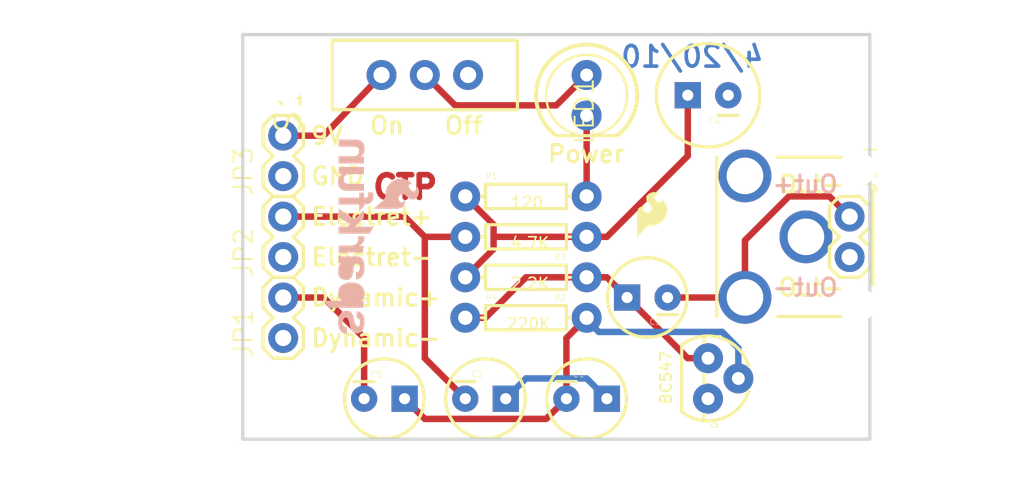
<source format=kicad_pcb>
(kicad_pcb (version 20211014) (generator pcbnew)
  (layers (0 "F.Cu" signal) (31 "B.Cu" signal) (34 "B.Paste" user) (35 "F.Paste" user) (36 "B.SilkS" user "B.Silkscreen") (37 "F.SilkS" user "F.Silkscreen") (38 "B.Mask" user) (39 "F.Mask" user) (44 "Edge.Cuts" user))
  (net 0 "")
  (net 1 "GND")
  (net 2 "N$1")
  (net 3 "N$2")
  (net 4 "N$3")
  (net 5 "N$4")
  (net 6 "N$5")
  (net 7 "ELECTRET_+")
  (net 8 "DYNAMIC_+")
  (net 9 "OUTPUT_+")
  (net 10 "N$6")
  (net 11 "VCC")
  (footprint "boardEagle:1X02" (layer "F.Cu") (at 166.9161 103.7336 -90)
    (fp_text reference "JP4" (at -1.3462 -1.8288 -90) (layer "F.SilkS") (effects (font (size 1.143 1.143) (thickness 0.127)) (justify left bottom)))
    (fp_text value "")
    (fp_line (start -0.635 -1.27) (end 0.635 -1.27) (layer "F.SilkS") (width 0.2032))
    (fp_line (start 3.175 -1.27) (end 3.81 -0.635) (layer "F.SilkS") (width 0.2032))
    (fp_line (start 1.27 0.635) (end 0.635 1.27) (layer "F.SilkS") (width 0.2032))
    (fp_line (start 3.175 1.27) (end 1.905 1.27) (layer "F.SilkS") (width 0.2032))
    (fp_line (start -1.27 -0.635) (end -1.27 0.635) (layer "F.SilkS") (width 0.2032))
    (fp_line (start 0.635 -1.27) (end 1.27 -0.635) (layer "F.SilkS") (width 0.2032))
    (fp_line (start 1.905 1.27) (end 1.27 0.635) (layer "F.SilkS") (width 0.2032))
    (fp_line (start -1.27 0.635) (end -0.635 1.27) (layer "F.SilkS") (width 0.2032))
    (fp_line (start 3.81 -0.635) (end 3.81 0.635) (layer "F.SilkS") (width 0.2032))
    (fp_line (start -0.635 -1.27) (end -1.27 -0.635) (layer "F.SilkS") (width 0.2032))
    (fp_line (start 3.81 0.635) (end 3.175 1.27) (layer "F.SilkS") (width 0.2032))
    (fp_line (start 1.905 -1.27) (end 3.175 -1.27) (layer "F.SilkS") (width 0.2032))
    (fp_line (start 0.635 1.27) (end -0.635 1.27) (layer "F.SilkS") (width 0.2032))
    (fp_line (start 1.27 -0.635) (end 1.905 -1.27) (layer "F.SilkS") (width 0.2032))
    (pad "1" thru_hole circle (at 0 0) (size 1.8796 1.8796) (drill 1.016) (layers *.Cu *.Mask) (net 9 "OUTPUT_+"))
    (pad "2" thru_hole circle (at 2.54 0) (size 1.8796 1.8796) (drill 1.016) (layers *.Cu *.Mask) (net 1 "GND"))
  )
  (footprint "boardEagle:STAND-OFF" (layer "F.Cu") (at 164.3761 115.1636 90)
    (fp_text reference "U$5" hide)
    (fp_text value "STAND-OFF" hide)
    (pad "" np_thru_hole circle (at 0 0 90) (size 3.302 3.302) (drill 3.302) (layers *.Cu *.Mask))
  )
  (footprint "boardEagle:TO-92" (layer "F.Cu") (at 158.0261 113.8936 -90)
    (fp_text reference "Q1" (at 3.175 -0.635 -90) (layer "F.SilkS") (effects (font (size 0.36576 0.36576) (thickness 0.04064)) (justify left bottom)))
    (fp_text value "TRANSISTOR_NPN_2PTH")
    (fp_line (start -0.2863 0.254) (end 0.2863 0.254) (layer "F.SilkS") (width 0.2032))
    (fp_line (start -2.6549 0.254) (end -2.2537 0.254) (layer "F.SilkS") (width 0.2032))
    (fp_line (start -2.0945 1.651) (end 2.0945 1.651) (layer "F.SilkS") (width 0.2032))
    (fp_line (start 2.2537 0.254) (end 2.6549 0.254) (layer "F.SilkS") (width 0.2032))
    (fp_arc (start 0.7863 -2.5484) (mid 2.54627 -0.793202) (end 2.0945 1.650999) (layer "F.SilkS") (width 0.2032))
    (fp_arc (start -2.0946 1.651) (mid -2.54634 -0.793276) (end -0.786301 -2.548501) (layer "F.SilkS") (width 0.2032))
    (pad "1" thru_hole circle (at -1.27 0 270) (size 1.8796 1.8796) (drill 0.8128) (layers *.Cu *.Mask) (net 3 "N$2"))
    (pad "2" thru_hole circle (at 0 -1.905 270) (size 1.8796 1.8796) (drill 0.8128) (layers *.Cu *.Mask) (net 5 "N$4"))
    (pad "3" thru_hole circle (at 1.27 0 270) (size 1.8796 1.8796) (drill 0.8128) (layers *.Cu *.Mask) (net 1 "GND"))
  )
  (footprint "boardEagle:CPOL-RADIAL-100UF-25V" (layer "F.Cu") (at 158.0261 96.1136 180)
    (fp_text reference "C4" (at -0.762 -1.651) (layer "F.SilkS") (effects (font (size 0.376489 0.376489) (thickness 0.029911)) (justify right)))
    (fp_text value "100uF")
    (fp_line (start -0.635 -1.27) (end -1.905 -1.27) (layer "F.SilkS") (width 0.2032))
    (fp_circle (center 0 0) (end 3.25 0) (layer "F.SilkS") (width 0.2032) (fill none))
    (pad "1" thru_hole rect (at 1.27 0 180) (size 1.651 1.651) (drill 0.7) (layers *.Cu *.Mask) (net 4 "N$3"))
    (pad "2" thru_hole circle (at -1.27 0 180) (size 1.651 1.651) (drill 0.7) (layers *.Cu *.Mask) (net 1 "GND"))
  )
  (footprint "boardEagle:AXIAL-0.3" (layer "F.Cu") (at 146.5961 107.5436 180)
    (fp_text reference "R2" (at -2.54 -1.27) (layer "F.SilkS") (effects (font (size 0.376489 0.376489) (thickness 0.029911)) (justify right)))
    (fp_text value "2.2K" (at 1.016 -0.381) (layer "F.SilkS") (effects (font (size 0.709168 0.709168) (thickness 0.103632)) (justify left)))
    (fp_line (start -2.54 0) (end -2.794 0) (layer "F.SilkS") (width 0.2032))
    (fp_line (start -2.54 0) (end -2.54 -0.762) (layer "F.SilkS") (width 0.2032))
    (fp_line (start 2.54 -0.762) (end 2.54 0) (layer "F.SilkS") (width 0.2032))
    (fp_line (start -2.54 -0.762) (end 2.54 -0.762) (layer "F.SilkS") (width 0.2032))
    (fp_line (start -2.54 0.762) (end -2.54 0) (layer "F.SilkS") (width 0.2032))
    (fp_line (start 2.54 0.762) (end -2.54 0.762) (layer "F.SilkS") (width 0.2032))
    (fp_line (start 2.54 0) (end 2.54 0.762) (layer "F.SilkS") (width 0.2032))
    (fp_line (start 2.54 0) (end 2.794 0) (layer "F.SilkS") (width 0.2032))
    (pad "P$1" thru_hole circle (at -3.81 0 180) (size 1.8796 1.8796) (drill 0.9) (layers *.Cu *.Mask) (net 3 "N$2"))
    (pad "P$2" thru_hole circle (at 3.81 0 180) (size 1.8796 1.8796) (drill 0.9) (layers *.Cu *.Mask) (net 4 "N$3"))
  )
  (footprint "boardEagle:STAND-OFF" (layer "F.Cu") (at 164.3761 94.8436 90)
    (fp_text reference "U$4" hide)
    (fp_text value "STAND-OFF" hide)
    (pad "" np_thru_hole circle (at 0 0 90) (size 3.302 3.302) (drill 3.302) (layers *.Cu *.Mask))
  )
  (footprint "boardEagle:CPOL-RADIAL-10UF-25V" (layer "F.Cu") (at 144.0561 115.1636)
    (fp_text reference "C2" (at -0.889 -1.524) (layer "F.SilkS") (effects (font (size 0.376489 0.376489) (thickness 0.029911)) (justify left)))
    (fp_text value "10uF")
    (fp_line (start -0.645 -1.0724) (end -1.915 -1.0724) (layer "F.SilkS") (width 0.2032))
    (fp_circle (center 0 0) (end 2.5 0) (layer "F.SilkS") (width 0.2032) (fill none))
    (pad "1" thru_hole rect (at 1.27 0) (size 1.651 1.651) (drill 0.7) (layers *.Cu *.Mask) (net 6 "N$5"))
    (pad "2" thru_hole circle (at -1.27 0) (size 1.651 1.651) (drill 0.7) (layers *.Cu *.Mask) (net 7 "ELECTRET_+"))
  )
  (footprint "boardEagle:SWITCH-SPDT_LOCK.007S" (layer "F.Cu") (at 140.2461 94.8436 90)
    (fp_text reference "S1" (at -3.81 -7.62 90) (layer "F.SilkS") (effects (font (size 1.6002 1.6002) (thickness 0.1778)) (justify left bottom)))
    (fp_text value "On/Off")
    (fp_line (start -2.175 -5.815) (end -2.175 5.815) (layer "F.SilkS") (width 0.2032))
    (fp_line (start -2.175 5.815) (end 2.175 5.815) (layer "F.SilkS") (width 0.2032))
    (fp_line (start 2.175 -5.815) (end -2.175 -5.815) (layer "F.SilkS") (width 0.2032))
    (fp_line (start 2.175 5.815) (end 2.175 -5.815) (layer "F.SilkS") (width 0.2032))
    (pad "1" thru_hole circle (at 0 -2.7178 90) (size 1.8796 1.8796) (drill 1.016) (layers *.Cu *.Mask) (net 11 "VCC"))
    (pad "2" thru_hole circle (at 0 0 90) (size 1.8796 1.8796) (drill 1.016) (layers *.Cu *.Mask) (net 10 "N$6"))
    (pad "3" thru_hole circle (at 0 2.7178 90) (size 1.8796 1.8796) (drill 1.016) (layers *.Cu *.Mask))
  )
  (footprint "boardEagle:RCA_LOCK" (layer "F.Cu") (at 164.3761 105.0036 180)
    (fp_text reference "J1" hide)
    (fp_text value "POWER_JACKRCA_LOCK" hide)
    (fp_line (start -2 -5) (end 2 -5) (layer "F.SilkS") (width 0.2032))
    (fp_line (start 5.8 -5) (end 5.8 5) (layer "F.SilkS") (width 0.2032))
    (fp_line (start -4 -3) (end -4 3) (layer "F.SilkS") (width 0.2032))
    (fp_line (start -2 5) (end 2 5) (layer "F.SilkS") (width 0.2032))
    (pad "" np_thru_hole circle (at -3.1 4.25 180) (size 2.1336 2.1336) (drill 2.1336) (layers *.Cu *.Mask))
    (pad "" np_thru_hole circle (at -3.1 -4.25 180) (size 2.1336 2.1336) (drill 2.1336) (layers *.Cu *.Mask))
    (pad "BARREL" thru_hole circle (at 0.2032 0 180) (size 3.316 3.316) (drill 2.3) (layers *.Cu *.Mask) (net 1 "GND"))
    (pad "BREAK" thru_hole circle (at 4.0302 -3.8016 180) (size 3.316 3.316) (drill 2.3) (layers *.Cu *.Mask) (net 9 "OUTPUT_+"))
    (pad "SPRING" thru_hole circle (at 4.0302 3.827 180) (size 3.316 3.316) (drill 2.3) (layers *.Cu *.Mask) (net 1 "GND"))
  )
  (footprint "boardEagle:STAND-OFF" (layer "F.Cu") (at 131.3561 115.1636 90)
    (fp_text reference "U$2" hide)
    (fp_text value "STAND-OFF" hide)
    (pad "" np_thru_hole circle (at 0 0 90) (size 3.302 3.302) (drill 3.302) (layers *.Cu *.Mask))
  )
  (footprint "boardEagle:STAND-OFF" (layer "F.Cu") (at 131.3561 94.8436 90)
    (fp_text reference "U$3" hide)
    (fp_text value "STAND-OFF" hide)
    (pad "" np_thru_hole circle (at 0 0 90) (size 3.302 3.302) (drill 3.302) (layers *.Cu *.Mask))
  )
  (footprint "boardEagle:1X02" (layer "F.Cu") (at 131.3561 106.2736 90)
    (fp_text reference "JP2" (at -1.3462 -1.8288 90) (layer "F.SilkS") (effects (font (size 1.143 1.143) (thickness 0.127)) (justify left bottom)))
    (fp_text value "")
    (fp_line (start 3.81 0.635) (end 3.175 1.27) (layer "F.SilkS") (width 0.2032))
    (fp_line (start 1.905 1.27) (end 1.27 0.635) (layer "F.SilkS") (width 0.2032))
    (fp_line (start 0.635 1.27) (end -0.635 1.27) (layer "F.SilkS") (width 0.2032))
    (fp_line (start 0.635 -1.27) (end 1.27 -0.635) (layer "F.SilkS") (width 0.2032))
    (fp_line (start -1.27 -0.635) (end -1.27 0.635) (layer "F.SilkS") (width 0.2032))
    (fp_line (start 3.81 -0.635) (end 3.81 0.635) (layer "F.SilkS") (width 0.2032))
    (fp_line (start 1.27 -0.635) (end 1.905 -1.27) (layer "F.SilkS") (width 0.2032))
    (fp_line (start 1.27 0.635) (end 0.635 1.27) (layer "F.SilkS") (width 0.2032))
    (fp_line (start -0.635 -1.27) (end -1.27 -0.635) (layer "F.SilkS") (width 0.2032))
    (fp_line (start 3.175 1.27) (end 1.905 1.27) (layer "F.SilkS") (width 0.2032))
    (fp_line (start -0.635 -1.27) (end 0.635 -1.27) (layer "F.SilkS") (width 0.2032))
    (fp_line (start 1.905 -1.27) (end 3.175 -1.27) (layer "F.SilkS") (width 0.2032))
    (fp_line (start 3.175 -1.27) (end 3.81 -0.635) (layer "F.SilkS") (width 0.2032))
    (fp_line (start -1.27 0.635) (end -0.635 1.27) (layer "F.SilkS") (width 0.2032))
    (pad "1" thru_hole circle (at 0 0 180) (size 1.8796 1.8796) (drill 1.016) (layers *.Cu *.Mask) (net 1 "GND"))
    (pad "2" thru_hole circle (at 2.54 0 180) (size 1.8796 1.8796) (drill 1.016) (layers *.Cu *.Mask) (net 7 "ELECTRET_+"))
  )
  (footprint "boardEagle:CPOL-RADIAL-10UF-25V" (layer "F.Cu") (at 154.2161 108.8136 180)
    (fp_text reference "C3" (at -0.889 -1.524) (layer "F.SilkS") (effects (font (size 0.376489 0.376489) (thickness 0.029911)) (justify right)))
    (fp_text value "10uF")
    (fp_line (start -0.645 -1.0724) (end -1.915 -1.0724) (layer "F.SilkS") (width 0.2032))
    (fp_circle (center 0 0) (end 2.5 0) (layer "F.SilkS") (width 0.2032) (fill none))
    (pad "1" thru_hole rect (at 1.27 0 180) (size 1.651 1.651) (drill 0.7) (layers *.Cu *.Mask) (net 3 "N$2"))
    (pad "2" thru_hole circle (at -1.27 0 180) (size 1.651 1.651) (drill 0.7) (layers *.Cu *.Mask) (net 9 "OUTPUT_+"))
  )
  (footprint "boardEagle:AXIAL-0.3" (layer "F.Cu") (at 146.5961 105.0036 180)
    (fp_text reference "R3" (at -2.54 -1.27) (layer "F.SilkS") (effects (font (size 0.376489 0.376489) (thickness 0.029911)) (justify right)))
    (fp_text value "4.7K" (at 1.016 -0.381) (layer "F.SilkS") (effects (font (size 0.709168 0.709168) (thickness 0.103632)) (justify left)))
    (fp_line (start 2.54 -0.762) (end 2.54 0) (layer "F.SilkS") (width 0.2032))
    (fp_line (start 2.54 0) (end 2.54 0.762) (layer "F.SilkS") (width 0.2032))
    (fp_line (start 2.54 0) (end 2.794 0) (layer "F.SilkS") (width 0.2032))
    (fp_line (start -2.54 0) (end -2.794 0) (layer "F.SilkS") (width 0.2032))
    (fp_line (start -2.54 -0.762) (end 2.54 -0.762) (layer "F.SilkS") (width 0.2032))
    (fp_line (start 2.54 0.762) (end -2.54 0.762) (layer "F.SilkS") (width 0.2032))
    (fp_line (start -2.54 0) (end -2.54 -0.762) (layer "F.SilkS") (width 0.2032))
    (fp_line (start -2.54 0.762) (end -2.54 0) (layer "F.SilkS") (width 0.2032))
    (pad "P$1" thru_hole circle (at -3.81 0 180) (size 1.8796 1.8796) (drill 0.9) (layers *.Cu *.Mask) (net 4 "N$3"))
    (pad "P$2" thru_hole circle (at 3.81 0 180) (size 1.8796 1.8796) (drill 0.9) (layers *.Cu *.Mask) (net 7 "ELECTRET_+"))
  )
  (footprint "boardEagle:SFE-LOGO-FLAME" (layer "F.Cu") (at 153.5811 105.0036)
    (fp_text reference "U$1" hide)
    (fp_text value "LOGO-SFESK" hide)
    (fp_poly (pts (xy 1.126002 -2.808203) (xy 1.215449 -2.785829) (xy 1.228477 -2.780783) (xy 1.240149 -2.774875) (xy 1.25686 -2.766576) (xy 1.275552 -2.759834) (xy 1.371694 -2.7026) (xy 1.3793 -2.7026) (xy 1.3793 -2.6772) (xy 1.306833 -2.6772) (xy 1.208418 -2.657914) (xy 1.074855 -2.495286) (xy 1.079365 -2.436825) (xy 1.12809 -2.341869) (xy 1.204666 -2.265196) (xy 1.294069 -2.200638) (xy 1.369348 -2.168824) (xy 1.450737 -2.171632) (xy 1.458864 -2.174186) (xy 1.466257 -2.177389) (xy 1.530514 -2.236956) (xy 1.5368 -2.259812) (xy 1.5368 -2.377938) (xy 1.763707 -2.148127) (xy 1.868186 -1.856841) (xy 1.871603 -1.856894) (xy 1.87806 -1.650435) (xy 1.848857 -1.45742) (xy 1.785308 -1.272842) (xy 1.6663 -1.061578) (xy 1.6663 -1.080581) (xy 1.378131 -0.80901) (xy 0.982239 -0.6985) (xy 0.753005 -0.6985) (xy 0.716201 -0.692046) (xy 0.681776 -0.679592) (xy 0.496322 -0.541784) (xy -0.0126 0.03091) (xy -0.0126 -1.52077) (xy 0.060004 -1.761967) (xy 0.168295 -1.865489) (xy 0.307122 -1.917522) (xy 0.4039 -1.925089) (xy 0.499384 -1.917623) (xy 0.55991 -1.908099) (xy 0.557788 -1.884433) (xy 0.522216 -1.885242) (xy 0.501784 -1.876141) (xy 0.420519 -1.817154) (xy 0.400722 -1.79067) (xy 0.390395 -1.7285) (xy 0.400905 -1.665229) (xy 0.421405 -1.625174) (xy 0.452343 -1.592685) (xy 0.546535 -1.54355) (xy 0.652229 -1.531742) (xy 0.742768 -1.550084) (xy 0.82422 -1.589656) (xy 0.92203 -1.754659) (xy 0.907706 -1.848844) (xy 0.850914 -1.930401) (xy 0.584707 -2.263237) (xy 0.561667 -2.510855) (xy 0.627495 -2.621556) (xy 0.629042 -2.623103) (xy 0.778901 -2.74712) (xy 1.032676 -2.817064)) (layer "F.SilkS") (width 0) (fill solid))
  )
  (footprint "boardEagle:AXIAL-0.3" (layer "F.Cu") (at 146.5961 102.4636)
    (fp_text reference "R1" (at -2.54 -1.27) (layer "F.SilkS") (effects (font (size 0.376489 0.376489) (thickness 0.029911)) (justify left)))
    (fp_text value "120" (at -1.016 0.381) (layer "F.SilkS") (effects (font (size 0.709168 0.709168) (thickness 0.103632)) (justify left)))
    (fp_line (start 2.54 0) (end 2.794 0) (layer "F.SilkS") (width 0.2032))
    (fp_line (start -2.54 -0.762) (end 2.54 -0.762) (layer "F.SilkS") (width 0.2032))
    (fp_line (start 2.54 -0.762) (end 2.54 0) (layer "F.SilkS") (width 0.2032))
    (fp_line (start 2.54 0.762) (end -2.54 0.762) (layer "F.SilkS") (width 0.2032))
    (fp_line (start -2.54 0) (end -2.794 0) (layer "F.SilkS") (width 0.2032))
    (fp_line (start -2.54 0.762) (end -2.54 0) (layer "F.SilkS") (width 0.2032))
    (fp_line (start 2.54 0) (end 2.54 0.762) (layer "F.SilkS") (width 0.2032))
    (fp_line (start -2.54 0) (end -2.54 -0.762) (layer "F.SilkS") (width 0.2032))
    (pad "P$1" thru_hole circle (at -3.81 0) (size 1.8796 1.8796) (drill 0.9) (layers *.Cu *.Mask) (net 4 "N$3"))
    (pad "P$2" thru_hole circle (at 3.81 0) (size 1.8796 1.8796) (drill 0.9) (layers *.Cu *.Mask) (net 2 "N$1"))
  )
  (footprint "boardEagle:1X02" (layer "F.Cu") (at 131.3561 111.3536 90)
    (fp_text reference "JP1" (at -1.3462 -1.8288 90) (layer "F.SilkS") (effects (font (size 1.143 1.143) (thickness 0.127)) (justify left bottom)))
    (fp_text value "")
    (fp_line (start 1.905 -1.27) (end 3.175 -1.27) (layer "F.SilkS") (width 0.2032))
    (fp_line (start -0.635 -1.27) (end -1.27 -0.635) (layer "F.SilkS") (width 0.2032))
    (fp_line (start 1.27 -0.635) (end 1.905 -1.27) (layer "F.SilkS") (width 0.2032))
    (fp_line (start 3.175 -1.27) (end 3.81 -0.635) (layer "F.SilkS") (width 0.2032))
    (fp_line (start 1.905 1.27) (end 1.27 0.635) (layer "F.SilkS") (width 0.2032))
    (fp_line (start 3.175 1.27) (end 1.905 1.27) (layer "F.SilkS") (width 0.2032))
    (fp_line (start 3.81 0.635) (end 3.175 1.27) (layer "F.SilkS") (width 0.2032))
    (fp_line (start -1.27 0.635) (end -0.635 1.27) (layer "F.SilkS") (width 0.2032))
    (fp_line (start 3.81 -0.635) (end 3.81 0.635) (layer "F.SilkS") (width 0.2032))
    (fp_line (start 1.27 0.635) (end 0.635 1.27) (layer "F.SilkS") (width 0.2032))
    (fp_line (start 0.635 -1.27) (end 1.27 -0.635) (layer "F.SilkS") (width 0.2032))
    (fp_line (start -1.27 -0.635) (end -1.27 0.635) (layer "F.SilkS") (width 0.2032))
    (fp_line (start -0.635 -1.27) (end 0.635 -1.27) (layer "F.SilkS") (width 0.2032))
    (fp_line (start 0.635 1.27) (end -0.635 1.27) (layer "F.SilkS") (width 0.2032))
    (pad "1" thru_hole circle (at 0 0 180) (size 1.8796 1.8796) (drill 1.016) (layers *.Cu *.Mask) (net 1 "GND"))
    (pad "2" thru_hole circle (at 2.54 0 180) (size 1.8796 1.8796) (drill 1.016) (layers *.Cu *.Mask) (net 8 "DYNAMIC_+"))
  )
  (footprint "boardEagle:AXIAL-0.3" (layer "F.Cu") (at 146.5961 110.0836)
    (fp_text reference "R4" (at -2.54 -1.27) (layer "F.SilkS") (effects (font (size 0.376489 0.376489) (thickness 0.029911)) (justify left)))
    (fp_text value "220K" (at -1.27 0.381) (layer "F.SilkS") (effects (font (size 0.709168 0.709168) (thickness 0.103632)) (justify left)))
    (fp_line (start 2.54 0.762) (end -2.54 0.762) (layer "F.SilkS") (width 0.2032))
    (fp_line (start -2.54 -0.762) (end 2.54 -0.762) (layer "F.SilkS") (width 0.2032))
    (fp_line (start -2.54 0) (end -2.794 0) (layer "F.SilkS") (width 0.2032))
    (fp_line (start 2.54 0) (end 2.794 0) (layer "F.SilkS") (width 0.2032))
    (fp_line (start 2.54 -0.762) (end 2.54 0) (layer "F.SilkS") (width 0.2032))
    (fp_line (start -2.54 0.762) (end -2.54 0) (layer "F.SilkS") (width 0.2032))
    (fp_line (start -2.54 0) (end -2.54 -0.762) (layer "F.SilkS") (width 0.2032))
    (fp_line (start 2.54 0) (end 2.54 0.762) (layer "F.SilkS") (width 0.2032))
    (pad "P$1" thru_hole circle (at -3.81 0) (size 1.8796 1.8796) (drill 0.9) (layers *.Cu *.Mask) (net 3 "N$2"))
    (pad "P$2" thru_hole circle (at 3.81 0) (size 1.8796 1.8796) (drill 0.9) (layers *.Cu *.Mask) (net 5 "N$4"))
  )
  (footprint "boardEagle:1X02" (layer "F.Cu") (at 131.3561 101.1936 90)
    (fp_text reference "JP3" (at -1.3462 -1.8288 90) (layer "F.SilkS") (effects (font (size 1.143 1.143) (thickness 0.127)) (justify left bottom)))
    (fp_text value "")
    (fp_line (start 3.175 -1.27) (end 3.81 -0.635) (layer "F.SilkS") (width 0.2032))
    (fp_line (start -1.27 -0.635) (end -1.27 0.635) (layer "F.SilkS") (width 0.2032))
    (fp_line (start 1.27 0.635) (end 0.635 1.27) (layer "F.SilkS") (width 0.2032))
    (fp_line (start 1.27 -0.635) (end 1.905 -1.27) (layer "F.SilkS") (width 0.2032))
    (fp_line (start 0.635 -1.27) (end 1.27 -0.635) (layer "F.SilkS") (width 0.2032))
    (fp_line (start -1.27 0.635) (end -0.635 1.27) (layer "F.SilkS") (width 0.2032))
    (fp_line (start -0.635 -1.27) (end 0.635 -1.27) (layer "F.SilkS") (width 0.2032))
    (fp_line (start 3.81 -0.635) (end 3.81 0.635) (layer "F.SilkS") (width 0.2032))
    (fp_line (start 1.905 1.27) (end 1.27 0.635) (layer "F.SilkS") (width 0.2032))
    (fp_line (start 1.905 -1.27) (end 3.175 -1.27) (layer "F.SilkS") (width 0.2032))
    (fp_line (start 3.81 0.635) (end 3.175 1.27) (layer "F.SilkS") (width 0.2032))
    (fp_line (start -0.635 -1.27) (end -1.27 -0.635) (layer "F.SilkS") (width 0.2032))
    (fp_line (start 0.635 1.27) (end -0.635 1.27) (layer "F.SilkS") (width 0.2032))
    (fp_line (start 3.175 1.27) (end 1.905 1.27) (layer "F.SilkS") (width 0.2032))
    (pad "1" thru_hole circle (at 0 0 180) (size 1.8796 1.8796) (drill 1.016) (layers *.Cu *.Mask) (net 1 "GND"))
    (pad "2" thru_hole circle (at 2.54 0 180) (size 1.8796 1.8796) (drill 1.016) (layers *.Cu *.Mask) (net 11 "VCC"))
  )
  (footprint "boardEagle:LED5MM" (layer "F.Cu") (at 150.4061 96.1136 -90)
    (fp_text reference "LED1" (at 3.175 -0.5334 -90) (layer "F.SilkS") (effects (font (size 1.143 1.143) (thickness 0.127)) (justify left bottom)))
    (fp_text value "Red")
    (fp_line (start 2.54 1.905) (end 2.54 -1.905) (layer "F.SilkS") (width 0.2032))
    (fp_arc (start 2.54 1.905) (mid -3.175 0) (end 2.54 -1.905) (layer "F.SilkS") (width 0.254))
    (fp_circle (center 0 0) (end 2.54 0) (layer "F.SilkS") (width 0.1524) (fill none))
    (pad "A" thru_hole circle (at -1.27 0 270) (size 1.8796 1.8796) (drill 0.8128) (layers *.Cu *.Mask) (net 10 "N$6"))
    (pad "K" thru_hole circle (at 1.27 0 270) (size 1.8796 1.8796) (drill 0.8128) (layers *.Cu *.Mask) (net 2 "N$1"))
  )
  (footprint "boardEagle:CPOL-RADIAL-10UF-25V" (layer "F.Cu") (at 150.4061 115.1636)
    (fp_text reference "C1" (at -0.889 -1.524) (layer "F.SilkS") (effects (font (size 0.376489 0.376489) (thickness 0.029911)) (justify left)))
    (fp_text value "10uF")
    (fp_line (start -0.645 -1.0724) (end -1.915 -1.0724) (layer "F.SilkS") (width 0.2032))
    (fp_circle (center 0 0) (end 2.5 0) (layer "F.SilkS") (width 0.2032) (fill none))
    (pad "1" thru_hole rect (at 1.27 0) (size 1.651 1.651) (drill 0.7) (layers *.Cu *.Mask) (net 6 "N$5"))
    (pad "2" thru_hole circle (at -1.27 0) (size 1.651 1.651) (drill 0.7) (layers *.Cu *.Mask) (net 5 "N$4"))
  )
  (footprint "boardEagle:CPOL-RADIAL-10UF-25V" (layer "F.Cu") (at 137.7061 115.1636)
    (fp_text reference "C5" (at -0.889 -1.524) (layer "F.SilkS") (effects (font (size 0.376489 0.376489) (thickness 0.029911)) (justify left)))
    (fp_text value "10uF")
    (fp_line (start -0.645 -1.0724) (end -1.915 -1.0724) (layer "F.SilkS") (width 0.2032))
    (fp_circle (center 0 0) (end 2.5 0) (layer "F.SilkS") (width 0.2032) (fill none))
    (pad "1" thru_hole rect (at 1.27 0) (size 1.651 1.651) (drill 0.7) (layers *.Cu *.Mask) (net 5 "N$4"))
    (pad "2" thru_hole circle (at -1.27 0) (size 1.651 1.651) (drill 0.7) (layers *.Cu *.Mask) (net 8 "DYNAMIC_+"))
  )
  (footprint "boardEagle:SFE-NEW-WEB" (layer "B.Cu") (at 133.8961 111.0996 90)
    (fp_text reference "JP6" hide)
    (fp_text value "LOGO-SFENW2" hide)
    (fp_line (start 11.1379 0.9449) (end 10.7163 0.9449) (layer "B.SilkS") (width 0.0254))
    (fp_line (start 10.7163 2.5171) (end 11.1201 2.5171) (layer "B.SilkS") (width 0.0254))
    (fp_line (start 11.1201 2.5171) (end 11.1201 2.2962) (layer "B.SilkS") (width 0.0254))
    (fp_line (start 12.1818 2.0091) (end 12.1818 0.955) (layer "B.SilkS") (width 0.0254))
    (fp_line (start 11.1379 1.8136) (end 11.1379 0.9449) (layer "B.SilkS") (width 0.0254))
    (fp_line (start 10.7163 0.9449) (end 10.7163 2.5171) (layer "B.SilkS") (width 0.0254))
    (fp_line (start 12.1818 0.955) (end 11.7729 0.955) (layer "B.SilkS") (width 0.0254))
    (fp_line (start 11.1201 2.2962) (end 11.1277 2.2962) (layer "B.SilkS") (width 0.0254))
    (fp_line (start 11.7729 0.955) (end 11.7729 1.9202) (layer "B.SilkS") (width 0.0254))
    (fp_arc (start 11.5976 2.2276) (mid 11.565101 2.235925) (end 11.5316 2.2377) (layer "B.SilkS") (width 0.0254))
    (fp_arc (start 11.4198 2.2327) (mid 11.334441 2.214452) (end 11.259799 2.1692) (layer "B.SilkS") (width 0.0254))
    (fp_arc (start 12.0345 2.425699) (mid 11.911985 2.51116) (end 11.7678 2.5502) (layer "B.SilkS") (width 0.0254))
    (fp_arc (start 11.7729 1.9202) (mid 11.758038 2.02962) (end 11.7145 2.1311) (layer "B.SilkS") (width 0.0254))
    (fp_arc (start 11.1684 2.0396) (mid 11.146105 1.962214) (end 11.1379 1.8821) (layer "B.SilkS") (width 0.0254))
    (fp_arc (start 11.7145 2.1311) (mid 11.664346 2.1894) (end 11.5976 2.2276) (layer "B.SilkS") (width 0.0254))
    (fp_arc (start 11.4198 2.2327) (mid 11.475702 2.235165) (end 11.5316 2.2377) (layer "B.SilkS") (width 0.0254))
    (fp_arc (start 11.2598 2.1692) (mid 11.206137 2.110016) (end 11.1684 2.0396) (layer "B.SilkS") (width 0.0254))
    (fp_arc (start 11.1455 2.3038) (mid 11.152103 2.311188) (end 11.1582 2.319) (layer "B.SilkS") (width 0.0254))
    (fp_arc (start 11.2725 2.446) (mid 11.226399 2.404414) (end 11.1862 2.3571) (layer "B.SilkS") (width 0.0254))
    (fp_arc (start 11.1862 2.3571) (mid 11.172158 2.338081) (end 11.1582 2.319) (layer "B.SilkS") (width 0.0254))
    (fp_arc (start 12.1818 2.0091) (mid 12.172765 2.122002) (end 12.1488 2.2327) (layer "B.SilkS") (width 0.0254))
    (fp_arc (start 11.1379 1.8821) (mid 11.137681 1.84785) (end 11.1379 1.8136) (layer "B.SilkS") (width 0.0254))
    (fp_arc (start 12.1488 2.232699) (mid 12.104013 2.336521) (end 12.0345 2.4257) (layer "B.SilkS") (width 0.0254))
    (fp_arc (start 11.1277 2.2962) (mid 11.137379 2.298176) (end 11.1455 2.3038) (layer "B.SilkS") (width 0.0254))
    (fp_arc (start 11.7678 2.5502) (mid 11.667584 2.556058) (end 11.5672 2.5552) (layer "B.SilkS") (width 0.0254))
    (fp_arc (start 11.5672 2.5552) (mid 11.411238 2.523841) (end 11.2725 2.446) (layer "B.SilkS") (width 0.0254))
    (fp_poly (pts (xy 11.770768 2.56283) (xy 12.043428 2.435548) (xy 12.160999 2.237024) (xy 12.1945 2.010032) (xy 12.1945 0.9423) (xy 11.7602 0.9423) (xy 11.7602 1.918474) (xy 11.70302 2.124971) (xy 11.656141 2.179464) (xy 11.593345 2.215403) (xy 11.53092 2.224956) (xy 11.476269 2.222478) (xy 11.422495 2.220106) (xy 11.268 2.158791) (xy 11.18035 2.034508) (xy 11.1506 1.880883) (xy 11.1506 0.9322) (xy 10.7036 0.9322) (xy 10.7036 2.5298) (xy 11.1328 2.5298) (xy 11.1328 2.310454) (xy 11.136857 2.313263) (xy 11.148195 2.326834) (xy 11.161924 2.345602) (xy 11.176241 2.364992) (xy 11.217267 2.413279) (xy 11.265048 2.456381) (xy 11.406772 2.535896) (xy 11.566093 2.567932)) (layer "B.SilkS") (width 0) (fill solid))
    (fp_poly (pts (xy 2.834651 2.506079) (xy 2.92707 2.450683) (xy 3.011605 2.383731) (xy 3.1267 2.221709) (xy 3.1267 2.263503) (xy 3.219434 1.972794) (xy 3.236098 1.526727) (xy 3.068933 1.135798) (xy 2.975978 1.041462) (xy 2.864973 0.970996) (xy 2.740356 0.92713) (xy 2.372489 0.922) (xy 2.370226 0.922) (xy 2.254471 0.962806) (xy 2.0828 1.127587) (xy 2.0828 -0.010757) (xy 1.6434 0.385552) (xy 1.6434 2.45912) (xy 2.057593 2.537568) (xy 2.055012 2.330538) (xy 2.068304 2.345345) (xy 2.15812 2.442839) (xy 2.234107 2.497896) (xy 2.368681 2.552194) (xy 2.419192 2.562883) (xy 2.620347 2.565422)) (layer "B.SilkS") (width 0) (fill solid))
    (fp_poly (pts (xy 0.803285 2.567895) (xy 0.944243 2.553799) (xy 1.081508 2.516334) (xy 1.193542 2.461399) (xy 1.291841 2.383865) (xy 1.357039 2.297824) (xy 1.377068 2.257603) (xy 1.393653 2.216867) (xy 1.417283 2.151914) (xy 1.353784 2.105111) (xy 1.152335 2.254241) (xy 0.736496 2.387002) (xy 0.372563 2.277101) (xy 0.417885 2.019712) (xy 1.241556 1.540676) (xy 1.263422 1.497067) (xy 1.147655 1.152457) (xy 0.724605 1.058492) (xy -0.038666 1.4605) (xy 0.4115 1.4605) (xy 0.4115 1.443466) (xy 0.420402 1.369907) (xy 0.454647 1.305856) (xy 0.524204 1.243359) (xy 0.610838 1.206018) (xy 0.637726 1.200933) (xy 0.665996 1.198897) (xy 0.7328 1.198389) (xy 0.79791 1.198884) (xy 0.968129 1.258019) (xy 1.007666 1.302193) (xy 1.028603 1.358428) (xy 1.025789 1.425439) (xy 0.995864 1.485288) (xy 0.943734 1.527918) (xy 0.715431 1.605731) (xy 0.533161 1.644154) (xy 0.351479 1.692254) (xy 0.230117 1.743632) (xy 0.122357 1.822697) (xy 0.0457 1.960096) (xy 0.0457 1.963141) (xy 0.038572 2.135467) (xy 0.0838 2.300409) (xy 0.0838 2.303445) (xy 0.206233 2.444416) (xy 0.620397 2.567885) (xy 0.71245 2.568634)) (layer "B.SilkS") (width 0) (fill solid))
    (fp_poly (pts (xy 4.444983 2.544915) (xy 4.588724 2.501712) (xy 4.72259 2.430523) (xy 4.844814 2.271666) (xy 4.859671 2.1819) (xy 4.8616 2.1819) (xy 4.8616 1.6891) (xy 4.864173 1.6891) (xy 4.861603 1.242544) (xy 4.871819 1.108765) (xy 4.906709 0.979276) (xy 4.920484 0.9423) (xy 4.495275 0.9423) (xy 4.477494 0.951279) (xy 4.472002 0.970735) (xy 4.468249 0.985133) (xy 4.446292 1.084946) (xy 4.440321 1.089528) (xy 4.438946 1.088886) (xy 4.309064 0.98859) (xy 4.153188 0.927249) (xy 3.824183 0.906712) (xy 3.683825 0.938256) (xy 3.554173 1.000134) (xy 3.486826 1.05665) (xy 3.437273 1.130532) (xy 3.3807 1.444163) (xy 3.3807 1.446675) (xy 3.401941 1.543624) (xy 3.446308 1.632822) (xy 3.527788 1.722902) (xy 3.632416 1.784766) (xy 3.937258 1.861632) (xy 4.048648 1.873601) (xy 4.159032 1.884616) (xy 4.224808 1.893434) (xy 4.289167 1.907055) (xy 4.336271 1.923637) (xy 4.379043 1.948303) (xy 4.407461 1.974391) (xy 4.413402 1.982997) (xy 4.4171 1.991455) (xy 4.4171 2.14983) (xy 4.358226 2.232254) (xy 4.254396 2.270917) (xy 4.188033 2.274326) (xy 4.120968 2.275774) (xy 4.006679 2.25395) (xy 3.883049 2.131716) (xy 3.8659 2.045941) (xy 3.8659 2.0295) (xy 3.429 2.0295) (xy 3.429 2.040006) (xy 3.418965 2.041638) (xy 3.439259 2.166448) (xy 3.491292 2.283494) (xy 3.571378 2.383462) (xy 3.674008 2.459597) (xy 3.791998 2.513469) (xy 3.916944 2.547448) (xy 4.18103 2.571338)) (layer "B.SilkS") (width 0) (fill solid))
    (fp_poly (pts (xy 8.809435 3.119895) (xy 8.875117 3.1166) (xy 8.89 3.1166) (xy 8.89 2.7889) (xy 8.869112 2.7889) (xy 8.841108 2.7915) (xy 8.660351 2.7915) (xy 8.587936 2.740064) (xy 8.571192 2.699602) (xy 8.5649 2.653436) (xy 8.5649 2.5273) (xy 8.8621 2.5273) (xy 8.8621 2.2352) (xy 8.5623 2.2352) (xy 8.5623 0.9322) (xy 8.1204 0.9322) (xy 8.1204 2.232779) (xy 7.70383 2.235391) (xy 7.995739 2.5273) (xy 8.1255 2.5273) (xy 8.1255 2.560826) (xy 8.143432 2.77702) (xy 8.219199 2.938937) (xy 8.324367 3.032939) (xy 8.449534 3.095959) (xy 8.586403 3.1242) (xy 8.743112 3.1242)) (layer "B.SilkS") (width 0) (fill solid))
    (fp_poly (pts (xy 6.7335 1.97376) (xy 7.284539 2.5248) (xy 7.78835 2.5248) (xy 7.197009 1.946483) (xy 7.869909 0.937183) (xy 7.330929 0.939835) (xy 6.903958 1.643716) (xy 6.7386 1.483032) (xy 6.7386 0.9296) (xy 6.306639 0.9296) (xy 6.2941 0.942139) (xy 6.2941 2.887776) (xy 6.7335 3.138467)) (layer "B.SilkS") (width 0) (fill solid))
    (fp_poly (pts (xy 9.4234 1.520809) (xy 9.472888 1.359974) (xy 9.516069 1.308185) (xy 9.573108 1.271734) (xy 9.714103 1.241374) (xy 9.853529 1.268908) (xy 10.003067 1.442966) (xy 10.033 1.684784) (xy 10.033 2.5273) (xy 10.48 2.5273) (xy 10.48 0.9398) (xy 10.0533 0.9398) (xy 10.0533 1.159713) (xy 9.961626 1.051965) (xy 9.823848 0.946774) (xy 9.797269 0.933513) (xy 9.76873 0.924761) (xy 9.46843 0.899096) (xy 9.311419 0.929258) (xy 9.173895 1.0008) (xy 9.172522 1.0008) (xy 9.155194 1.014756) (xy 9.141833 1.028106) (xy 9.055991 1.150842) (xy 9.0022 1.291099) (xy 8.984 1.439423) (xy 8.984 2.5324) (xy 9.4234 2.5324)) (layer "B.SilkS") (width 0) (fill solid))
    (fp_poly (pts (xy 6.1316 2.557116) (xy 6.1316 2.1463) (xy 6.115783 2.1463) (xy 6.10653 2.147054) (xy 6.097893 2.149211) (xy 6.068387 2.157247) (xy 6.038922 2.161538) (xy 5.96265 2.16474) (xy 5.887609 2.16159) (xy 5.731931 2.107297) (xy 5.637642 2.018651) (xy 5.577302 1.903423) (xy 5.5499 1.736362) (xy 5.5499 0.9423) (xy 5.107878 0.9423) (xy 5.110519 2.454146) (xy 5.522 2.527255) (xy 5.522 2.234211) (xy 5.526569 2.235704) (xy 5.544428 2.262537) (xy 5.578841 2.314524) (xy 5.613758 2.367854) (xy 5.686736 2.438162) (xy 5.778008 2.498223) (xy 5.979984 2.565515)) (layer "B.SilkS") (width 0) (fill solid))
    (fp_poly (pts (xy 1.201557 2.290098) (xy 1.414074 2.156268) (xy 1.42383 2.065) (xy 1.01008 2.065) (xy 1.00135 2.126336) (xy 0.936084 2.220524) (xy 0.871818 2.257603) (xy 0.798545 2.2758) (xy 0.628591 2.2758) (xy 0.583991 2.267366) (xy 0.541641 2.251683) (xy 0.51157 2.232098) (xy 0.488615 2.205726) (xy 0.469153 2.152745) (xy 0.474605 2.097619) (xy 0.521549 2.031824) (xy 0.664468 1.962838) (xy 0.866638 1.922444) (xy 1.206678 1.822687) (xy 1.354318 1.729494) (xy 1.389578 1.692366) (xy 1.416579 1.648151) (xy 1.460229 1.440208) (xy 1.447804 1.4376) (xy 1.460484 1.436955) (xy 1.457817 1.384541) (xy 1.452657 1.33034) (xy 1.371775 1.140043) (xy 1.14885 0.969822) (xy 1.013381 0.927267) (xy 0.74708 0.904177) (xy 0.617383 0.909691) (xy 0.487493 0.922202) (xy 0.306845 0.984179) (xy 0.185213 1.061804) (xy 0.109225 1.132023) (xy 0.056988 1.2215) (xy 0.013059 1.350644) (xy 0.002577 1.410659) (xy -0.00152 1.469003) (xy 0.738195 1.10308) (xy 1.120535 1.189415) (xy 1.224069 1.497645) (xy 0.809011 1.723764) (xy 0.364394 1.98847) (xy 0.308075 2.310537) (xy 0.741882 2.423672)) (layer "B.SilkS") (width 0) (fill solid))
  )
  (footprint "boardEagle:SFE-LOGO-FLAME" (layer "B.Cu") (at 137.0711 103.2256 90)
    (fp_text reference "U$6" hide)
    (fp_text value "LOGO-SFESK" hide)
    (fp_poly (pts (xy 1.126002 2.808203) (xy 1.215449 2.785829) (xy 1.228477 2.780783) (xy 1.240149 2.774875) (xy 1.25686 2.766576) (xy 1.275552 2.759834) (xy 1.371694 2.7026) (xy 1.3793 2.7026) (xy 1.3793 2.6772) (xy 1.306833 2.6772) (xy 1.208418 2.657914) (xy 1.074855 2.495286) (xy 1.079365 2.436825) (xy 1.12809 2.341869) (xy 1.204666 2.265196) (xy 1.294069 2.200638) (xy 1.369348 2.168824) (xy 1.450737 2.171632) (xy 1.458864 2.174186) (xy 1.466257 2.177389) (xy 1.530514 2.236956) (xy 1.5368 2.259812) (xy 1.5368 2.377938) (xy 1.763707 2.148127) (xy 1.868186 1.856841) (xy 1.871603 1.856894) (xy 1.87806 1.650435) (xy 1.848857 1.45742) (xy 1.785308 1.272842) (xy 1.6663 1.061578) (xy 1.6663 1.080581) (xy 1.378131 0.80901) (xy 0.982239 0.6985) (xy 0.753005 0.6985) (xy 0.716201 0.692046) (xy 0.681776 0.679592) (xy 0.496322 0.541784) (xy -0.0126 -0.03091) (xy -0.0126 1.52077) (xy 0.060004 1.761967) (xy 0.168295 1.865489) (xy 0.307122 1.917522) (xy 0.4039 1.925089) (xy 0.499384 1.917623) (xy 0.55991 1.908099) (xy 0.557788 1.884433) (xy 0.522216 1.885242) (xy 0.501784 1.876141) (xy 0.420519 1.817154) (xy 0.400722 1.79067) (xy 0.390395 1.7285) (xy 0.400905 1.665229) (xy 0.421405 1.625174) (xy 0.452343 1.592685) (xy 0.546535 1.54355) (xy 0.652229 1.531742) (xy 0.742768 1.550084) (xy 0.82422 1.589656) (xy 0.92203 1.754659) (xy 0.907706 1.848844) (xy 0.850914 1.930401) (xy 0.584707 2.263237) (xy 0.561667 2.510855) (xy 0.627495 2.621556) (xy 0.629042 2.623103) (xy 0.778901 2.74712) (xy 1.032676 2.817064)) (layer "B.SilkS") (width 0) (fill solid))
  )
  (gr_line (start 128.8161 117.7036) (end 168.1861 117.7036) (layer "Edge.Cuts") (width 0.2032))
  (gr_line (start 168.1861 117.7036) (end 168.1861 92.3036) (layer "Edge.Cuts") (width 0.2032))
  (gr_line (start 168.1861 92.3036) (end 128.8161 92.3036) (layer "Edge.Cuts") (width 0.2032))
  (gr_line (start 128.8161 92.3036) (end 128.8161 117.7036) (layer "Edge.Cuts") (width 0.2032))
  (gr_text "CTP" (at 136.8171 102.7176) (layer "F.Cu") (effects (font (size 1.4224 1.4224) (thickness 0.3556)) (justify left bottom)))
  (gr_text "4/20/10" (at 152.4381 92.9386) (layer "B.Cu") (effects (font (size 1.2954 1.2954) (thickness 0.2286)) (justify right top mirror)))
  (gr_text "Out-" (at 166.2811 108.8136) (layer "B.SilkS") (effects (font (size 1.0795 1.0795) (thickness 0.1905)) (justify left bottom mirror)))
  (gr_text "Out+" (at 166.2811 102.3366) (layer "B.SilkS") (effects (font (size 1.0795 1.0795) (thickness 0.1905)) (justify left bottom mirror)))
  (gr_text "GND" (at 133.0071 101.8286) (layer "F.SilkS") (effects (font (size 1.0795 1.0795) (thickness 0.1905)) (justify left bottom)))
  (gr_text "BC547" (at 155.7909 115.5954 90) (layer "F.SilkS") (effects (font (size 0.69088 0.69088) (thickness 0.12192)) (justify left bottom)))
  (gr_text "Dynamic-" (at 133.0071 111.9886) (layer "F.SilkS") (effects (font (size 1.0795 1.0795) (thickness 0.1905)) (justify left bottom)))
  (gr_text "Power" (at 147.8661 100.4316) (layer "F.SilkS") (effects (font (size 1.0795 1.0795) (thickness 0.1905)) (justify left bottom)))
  (gr_text "Dynamic+" (at 133.0071 109.4486) (layer "F.SilkS") (effects (font (size 1.0795 1.0795) (thickness 0.1905)) (justify left bottom)))
  (gr_text "9V" (at 133.0071 99.2886) (layer "F.SilkS") (effects (font (size 1.0795 1.0795) (thickness 0.1905)) (justify left bottom)))
  (gr_text "Off" (at 141.3891 98.6536) (layer "F.SilkS") (effects (font (size 1.0795 1.0795) (thickness 0.1905)) (justify left bottom)))
  (gr_text "On" (at 136.6901 98.6536) (layer "F.SilkS") (effects (font (size 1.0795 1.0795) (thickness 0.1905)) (justify left bottom)))
  (gr_text "Out+" (at 162.3441 102.3366) (layer "F.SilkS") (effects (font (size 1.0795 1.0795) (thickness 0.1905)) (justify left bottom)))
  (gr_text "Out-" (at 162.3441 108.8136) (layer "F.SilkS") (effects (font (size 1.0795 1.0795) (thickness 0.1905)) (justify left bottom)))
  (gr_text "Electret-" (at 133.0071 106.9086) (layer "F.SilkS") (effects (font (size 1.0795 1.0795) (thickness 0.1905)) (justify left bottom)))
  (gr_text "Electret+" (at 133.0071 104.3686) (layer "F.SilkS") (effects (font (size 1.0795 1.0795) (thickness 0.1905)) (justify left bottom)))
  (segment (start 150.4061 102.4636) (end 150.4061 97.3836) (width 0.4064) (layer "F.Cu") (net 2))
  (segment (start 156.7561 112.6236) (end 158.0261 112.6236) (width 0.4064) (layer "F.Cu") (net 3))
  (segment (start 151.6761 107.5436) (end 152.9461 108.8136) (width 0.4064) (layer "F.Cu") (net 3))
  (segment (start 144.0561 110.0836) (end 146.5961 107.5436) (width 0.4064) (layer "F.Cu") (net 3))
  (segment (start 152.9461 108.8136) (end 156.7561 112.6236) (width 0.4064) (layer "F.Cu") (net 3))
  (segment (start 142.7861 110.0836) (end 144.0561 110.0836) (width 0.4064) (layer "F.Cu") (net 3))
  (segment (start 150.4061 107.5436) (end 151.6761 107.5436) (width 0.4064) (layer "F.Cu") (net 3))
  (segment (start 146.5961 107.5436) (end 150.4061 107.5436) (width 0.4064) (layer "F.Cu") (net 3))
  (segment (start 144.5641 105.0036) (end 150.4061 105.0036) (width 0.4064) (layer "F.Cu") (net 4))
  (segment (start 144.5641 105.7656) (end 144.5641 105.0036) (width 0.4064) (layer "F.Cu") (net 4))
  (segment (start 142.7861 107.5436) (end 144.5641 105.7656) (width 0.4064) (layer "F.Cu") (net 4))
  (segment (start 150.4061 105.0036) (end 151.6761 105.0036) (width 0.4064) (layer "F.Cu") (net 4))
  (segment (start 156.7561 99.9236) (end 156.7561 96.1136) (width 0.4064) (layer "F.Cu") (net 4))
  (segment (start 144.5641 104.2416) (end 142.7861 102.4636) (width 0.4064) (layer "F.Cu") (net 4))
  (segment (start 151.6761 105.0036) (end 156.7561 99.9236) (width 0.4064) (layer "F.Cu") (net 4))
  (segment (start 144.5641 105.0036) (end 144.5641 104.2416) (width 0.4064) (layer "F.Cu") (net 4))
  (segment (start 140.2461 116.4336) (end 138.9761 115.1636) (width 0.4064) (layer "F.Cu") (net 5))
  (segment (start 149.1361 111.3536) (end 150.4061 110.0836) (width 0.4064) (layer "F.Cu") (net 5))
  (segment (start 140.2461 116.4336) (end 147.8661 116.4336) (width 0.4064) (layer "F.Cu") (net 5))
  (segment (start 149.1361 113.8936) (end 149.1361 111.3536) (width 0.4064) (layer "F.Cu") (net 5))
  (segment (start 149.1361 115.1636) (end 149.1361 113.8936) (width 0.4064) (layer "F.Cu") (net 5))
  (segment (start 147.8661 116.4336) (end 149.1361 115.1636) (width 0.4064) (layer "F.Cu") (net 5))
  (segment (start 150.4061 110.0836) (end 150.4061 110.2106) (width 0.4064) (layer "B.Cu") (net 5))
  (segment (start 159.9311 111.9886) (end 159.9311 113.8936) (width 0.4064) (layer "B.Cu") (net 5))
  (segment (start 150.4061 110.2106) (end 151.1681 110.9726) (width 0.4064) (layer "B.Cu") (net 5))
  (segment (start 158.9151 110.9726) (end 159.9311 111.9886) (width 0.4064) (layer "B.Cu") (net 5))
  (segment (start 151.1681 110.9726) (end 158.9151 110.9726) (width 0.4064) (layer "B.Cu") (net 5))
  (segment (start 145.3261 115.1636) (end 146.5961 113.8936) (width 0.4064) (layer "B.Cu") (net 6))
  (segment (start 150.4061 113.8936) (end 151.6761 115.1636) (width 0.4064) (layer "B.Cu") (net 6))
  (segment (start 146.5961 113.8936) (end 150.4061 113.8936) (width 0.4064) (layer "B.Cu") (net 6))
  (segment (start 140.2461 105.0036) (end 140.2461 112.6236) (width 0.4064) (layer "F.Cu") (net 7))
  (segment (start 138.9761 103.7336) (end 140.2461 105.0036) (width 0.4064) (layer "F.Cu") (net 7))
  (segment (start 140.2461 112.6236) (end 142.7861 115.1636) (width 0.4064) (layer "F.Cu") (net 7))
  (segment (start 140.2461 105.0036) (end 142.7861 105.0036) (width 0.4064) (layer "F.Cu") (net 7))
  (segment (start 131.3561 103.7336) (end 138.9761 103.7336) (width 0.4064) (layer "F.Cu") (net 7))
  (segment (start 133.8961 108.8136) (end 136.4361 111.3536) (width 0.4064) (layer "F.Cu") (net 8))
  (segment (start 131.3561 108.8136) (end 133.8961 108.8136) (width 0.4064) (layer "F.Cu") (net 8))
  (segment (start 136.4361 111.3536) (end 136.4361 115.1636) (width 0.4064) (layer "F.Cu") (net 8))
  (segment (start 159.0421 108.8136) (end 159.0505 108.8052) (width 0.4064) (layer "F.Cu") (net 9))
  (segment (start 160.3459 108.8052) (end 160.3459 105.2238) (width 0.4064) (layer "F.Cu") (net 9))
  (segment (start 160.3459 105.2238) (end 163.1061 102.4636) (width 0.4064) (layer "F.Cu") (net 9))
  (segment (start 163.1061 102.4636) (end 165.6461 102.4636) (width 0.4064) (layer "F.Cu") (net 9))
  (segment (start 159.0505 108.8052) (end 160.3459 108.8052) (width 0.4064) (layer "F.Cu") (net 9))
  (segment (start 155.4861 108.8136) (end 159.0421 108.8136) (width 0.4064) (layer "F.Cu") (net 9))
  (segment (start 165.6461 102.4636) (end 166.9161 103.7336) (width 0.4064) (layer "F.Cu") (net 9))
  (segment (start 148.5011 96.7486) (end 150.4061 94.8436) (width 0.4064) (layer "F.Cu") (net 10))
  (segment (start 142.1511 96.7486) (end 148.5011 96.7486) (width 0.4064) (layer "F.Cu") (net 10))
  (segment (start 140.2461 94.8436) (end 142.1511 96.7486) (width 0.4064) (layer "F.Cu") (net 10))
  (segment (start 133.8961 98.6536) (end 137.5283 94.8436) (width 0.4064) (layer "F.Cu") (net 11))
  (segment (start 131.3561 98.6536) (end 133.8961 98.6536) (width 0.4064) (layer "F.Cu") (net 11))
)
</source>
